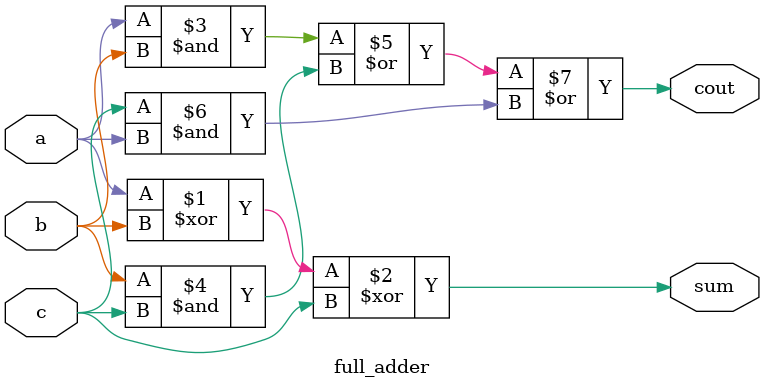
<source format=v>
`timescale 1ns / 1ps
module full_adder(input a,b,c,output sum,cout
    );

assign sum=a^b^c;
assign cout=(a&b)|(b&c)|(c&a);

endmodule


</source>
